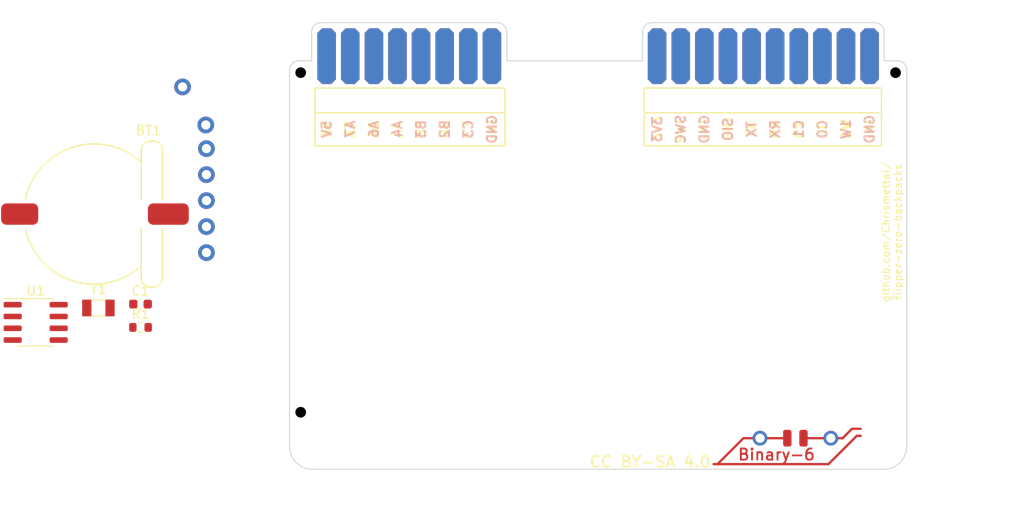
<source format=kicad_pcb>
(kicad_pcb (version 20221018) (generator pcbnew)
  (title_block (title "ESP32") (date "2023-04-09") (company "Binary-6"))
  (layers (0 "F.Cu" signal) (31 "B.Cu" signal) (34 "B.Paste" user) (35 "F.Paste" user) (36 "B.SilkS" user "B.Silkscreen") (37 "F.SilkS" user "F.Silkscreen") (38 "B.Mask" user) (39 "F.Mask" user) (44 "Edge.Cuts" user))
  (net 0 "")
  (net 1 "GND")
  (net 2 "Net-(J13-Pin_1)")
  (net 3 "Net-(J14-Pin_1)")
  (net 4 "Net-(BT1-+)")
  (net 5 "Net-(U1-VDD)")
  (net 6 "Net-(J1-Pin_1)")
  (net 7 "unconnected-(J2-Pin_1-Pad1)")
  (net 8 "unconnected-(J3-Pin_1-Pad1)")
  (net 9 "unconnected-(J4-Pin_1-Pad1)")
  (net 10 "unconnected-(J5-Pin_1-Pad1)")
  (net 11 "unconnected-(J6-Pin_1-Pad1)")
  (net 12 "unconnected-(J7-Pin_1-Pad1)")
  (net 13 "unconnected-(J8-Pin_1-Pad1)")
  (net 21 "Net-(J20-Pin_1)")
  (net 22 "Net-(J24-Pin_1)")
  (net 23 "Net-(J25-Pin_1)")
  (net 24 "Net-(U1-OSCI)")
  (net 25 "Net-(U1-OSCO)")
  (footprint "MeineBib:Q&J CR1220-2" (layer "F.Cu") (at 78.47 104.194)
    (fp_text reference "BT1" (at 5.842 -9.017) (layer "F.SilkS"))
    (fp_text value "CR1220")
    (fp_line (start 5.08 -2.286) (end 5.08 -6.858) (stroke (width 0.15)) (layer "F.SilkS"))
    (fp_line (start 5.08 -2.286) (end 5.08 -1.524) (stroke (width 0.15)) (layer "F.SilkS"))
    (fp_line (start 5.08 1.524) (end 5.08 6.858) (stroke (width 0.15)) (layer "F.SilkS"))
    (fp_line (start 6.35 -7.874) (end 6.096 -7.874) (stroke (width 0.15)) (layer "F.SilkS"))
    (fp_line (start 6.35 7.874) (end 6.096 7.874) (stroke (width 0.15)) (layer "F.SilkS"))
    (fp_line (start 7.366 -1.524) (end 7.366 -6.858) (stroke (width 0.15)) (layer "F.SilkS"))
    (fp_line (start 7.366 1.524) (end 7.366 6.858) (stroke (width 0.15)) (layer "F.SilkS"))
    (fp_arc (start -7.37935 -1.605409) (mid -6.712393 -3.460622) (end -5.588 -5.08) (stroke (width 0.15)) (layer "F.SilkS"))
    (fp_arc (start -5.588 -5.08) (mid -0.35921 -7.543415) (end 5.08 -5.588) (stroke (width 0.15)) (layer "F.SilkS"))
    (fp_arc (start 1.651 7.366) (mid -4.041115 6.375982) (end -7.366 1.651) (stroke (width 0.15)) (layer "F.SilkS"))
    (fp_arc (start 5.026384 5.636276) (mid -0.036074 7.551877) (end -5.08 5.588) (stroke (width 0.15)) (layer "F.SilkS"))
    (fp_arc (start 5.08 -6.858) (mid 5.37758 -7.57642) (end 6.096 -7.874) (stroke (width 0.15)) (layer "F.SilkS"))
    (fp_arc (start 6.096 7.874) (mid 5.37758 7.57642) (end 5.08 6.858) (stroke (width 0.15)) (layer "F.SilkS"))
    (fp_arc (start 6.35 -7.874) (mid 7.06842 -7.57642) (end 7.366 -6.858) (stroke (width 0.15)) (layer "F.SilkS"))
    (fp_arc (start 7.366 6.858) (mid 7.06842 7.57642) (end 6.35 7.874) (stroke (width 0.15)) (layer "F.SilkS"))
    (pad "" np_thru_hole circle (at -3.6 0) (size 1.2 1.2) (drill 1.2) (layers "F&B.Cu" "*.Mask"))
    (pad "" np_thru_hole circle (at 3.9 0) (size 1.2 1.2) (drill 1.2) (layers "F&B.Cu" "*.Mask"))
    (pad "1" smd roundrect (at 8 0) (size 4.4 2.3) (layers "F.Cu" "F.Paste" "F.Mask") (net 4 "Net-(BT1-+)"))
    (pad "2" smd roundrect (at -8 0) (size 4 2.3) (layers "F.Cu" "F.Paste" "F.Mask") (net 1 "GND"))
  )
  (footprint "MeineBib:Board-Board-1mmEdge-2,54mm" (layer "F.Cu") (at 108.585 87.187)
    (fp_text reference "J3" hide)
    (fp_text value "PA6" hide)
    (pad "1" smd roundrect (at 0 0 180) (size 2 6) (layers "F.Cu" "F.Paste" "F.Mask") (roundrect_rratio 0) (chamfer_ratio 0.25) (chamfer top_left top_right bottom_left bottom_right) (net 8 "unconnected-(J3-Pin_1-Pad1)"))
    (pad "1" smd roundrect (at 0 0 180) (size 2 6) (layers "B.Cu" "B.Paste" "B.Mask") (roundrect_rratio 0) (chamfer_ratio 0.25) (chamfer top_left top_right bottom_left bottom_right) (net 8 "unconnected-(J3-Pin_1-Pad1)"))
  )
  (footprint "MeineBib:Board-Board-1mmEdge-2,54mm" (layer "F.Cu") (at 121.285 87.187)
    (fp_text reference "J8" hide)
    (fp_text value "GND" hide)
    (pad "1" smd roundrect (at 0 0 180) (size 2 6) (layers "F.Cu" "F.Paste" "F.Mask") (roundrect_rratio 0) (chamfer_ratio 0.25) (chamfer top_left top_right bottom_left bottom_right) (net 13 "unconnected-(J8-Pin_1-Pad1)"))
    (pad "1" smd roundrect (at 0 0 180) (size 2 6) (layers "B.Cu" "B.Paste" "B.Mask") (roundrect_rratio 0) (chamfer_ratio 0.25) (chamfer top_left top_right bottom_left bottom_right) (net 13 "unconnected-(J8-Pin_1-Pad1)"))
  )
  (footprint "MeineBib:Board-Board-1mmEdge-2,54mm" (layer "F.Cu") (at 144.145 87.187)
    (fp_text reference "J11" hide)
    (fp_text value "GND" hide)
    (pad "1" smd roundrect (at 0 0 180) (size 2 6) (layers "F.Cu" "F.Paste" "F.Mask") (roundrect_rratio 0) (chamfer_ratio 0.25) (chamfer top_left top_right bottom_left bottom_right))
    (pad "1" smd roundrect (at 0 0 180) (size 2 6) (layers "B.Cu" "B.Paste" "B.Mask") (roundrect_rratio 0) (chamfer_ratio 0.25) (chamfer top_left top_right bottom_left bottom_right))
  )
  (footprint "MeineBib:JLC_Toolinghole" (layer "F.Cu") (at 164.719 88.965)
    (fp_text reference "REF**" hide)
    (fp_text value "JLC_Toolinghole")
    (pad "" np_thru_hole circle (at 0 0) (size 1.3 1.3) (drill 1.152) (layers "*.Mask"))
  )
  (footprint "Crystal:Crystal_SMD_3215-2Pin_3.2x1.5mm" (layer "F.Cu") (at 78.945 114.31)
    (fp_text reference "Y1" (at 0 -2) (layer "F.SilkS"))
    (fp_text value "32.768kHz")
    (fp_line (start -0.675 -0.875) (end 0.675 -0.875) (stroke (width 0.12)) (layer "F.SilkS"))
    (fp_line (start -0.675 0.875) (end 0.675 0.875) (stroke (width 0.12)) (layer "F.SilkS"))
    (pad "1" smd rect (at 1.25 0) (size 1 1.8) (layers "F.Cu" "F.Paste" "F.Mask") (net 24 "Net-(U1-OSCI)"))
    (pad "2" smd rect (at -1.25 0) (size 1 1.8) (layers "F.Cu" "F.Paste" "F.Mask") (net 25 "Net-(U1-OSCO)"))
  )
  (footprint "MeineBib:JLC_Toolinghole" (layer "F.Cu") (at 100.711 125.541)
    (fp_text reference "REF**" hide)
    (fp_text value "JLC_Toolinghole")
    (pad "" np_thru_hole circle (at 0 0) (size 1.3 1.3) (drill 1.152) (layers "*.Mask"))
  )
  (footprint "MeineBib:Board-Board-1mmEdge-2,54mm" (layer "F.Cu") (at 111.125 87.187)
    (fp_text reference "J4" hide)
    (fp_text value "PA4" hide)
    (pad "1" smd roundrect (at 0 0 180) (size 2 6) (layers "F.Cu" "F.Paste" "F.Mask") (roundrect_rratio 0) (chamfer_ratio 0.25) (chamfer top_left top_right bottom_left bottom_right) (net 9 "unconnected-(J4-Pin_1-Pad1)"))
    (pad "1" smd roundrect (at 0 0 180) (size 2 6) (layers "B.Cu" "B.Paste" "B.Mask") (roundrect_rratio 0) (chamfer_ratio 0.25) (chamfer top_left top_right bottom_left bottom_right) (net 9 "unconnected-(J4-Pin_1-Pad1)"))
  )
  (footprint "MeineBib:Board-Board-1mmEdge-2,54mm" (layer "F.Cu") (at 149.225 87.187)
    (fp_text reference "J13" hide)
    (fp_text value "UART_TX" hide)
    (pad "1" smd roundrect (at 0 0 180) (size 2 6) (layers "F.Cu" "F.Paste" "F.Mask") (roundrect_rratio 0) (chamfer_ratio 0.25) (chamfer top_left top_right bottom_left bottom_right) (net 2 "Net-(J13-Pin_1)"))
    (pad "1" smd roundrect (at 0 0 180) (size 2 6) (layers "B.Cu" "B.Paste" "B.Mask") (roundrect_rratio 0) (chamfer_ratio 0.25) (chamfer top_left top_right bottom_left bottom_right) (net 2 "Net-(J13-Pin_1)"))
  )
  (footprint "MeineBib:Board-Board-1mmEdge-2,54mm" (layer "F.Cu") (at 106.045 87.187)
    (fp_text reference "J2" hide)
    (fp_text value "PA7" hide)
    (pad "1" smd roundrect (at 0 0 180) (size 2 6) (layers "F.Cu" "F.Paste" "F.Mask") (roundrect_rratio 0) (chamfer_ratio 0.25) (chamfer top_left top_right bottom_left bottom_right) (net 7 "unconnected-(J2-Pin_1-Pad1)"))
    (pad "1" smd roundrect (at 0 0 180) (size 2 6) (layers "B.Cu" "B.Paste" "B.Mask") (roundrect_rratio 0) (chamfer_ratio 0.25) (chamfer top_left top_right bottom_left bottom_right) (net 7 "unconnected-(J2-Pin_1-Pad1)"))
  )
  (footprint "MeineBib:Board-Board-1mmEdge-2,54mm" (layer "F.Cu") (at 116.205 87.187)
    (fp_text reference "J6" hide)
    (fp_text value "PB2" hide)
    (pad "1" smd roundrect (at 0 0 180) (size 2 6) (layers "F.Cu" "F.Paste" "F.Mask") (roundrect_rratio 0) (chamfer_ratio 0.25) (chamfer top_left top_right bottom_left bottom_right) (net 11 "unconnected-(J6-Pin_1-Pad1)"))
    (pad "1" smd roundrect (at 0 0 180) (size 2 6) (layers "B.Cu" "B.Paste" "B.Mask") (roundrect_rratio 0) (chamfer_ratio 0.25) (chamfer top_left top_right bottom_left bottom_right) (net 11 "unconnected-(J6-Pin_1-Pad1)"))
  )
  (footprint "MeineBib:Protopin_Small" (layer "F.Cu") (at 90.57 102.745)
    (fp_text reference "J23" hide)
    (fp_text value "FlpTX_RpiRX" hide)
    (pad "1" thru_hole circle (at 0 0) (size 1.8 1.8) (drill 1) (layers "*.Cu" "*.Mask") (net 2 "Net-(J13-Pin_1)"))
  )
  (footprint "Resistor_SMD:R_0603_1608Metric" (layer "F.Cu") (at 83.475 116.4)
    (fp_text reference "R1" (at 0 -1.43) (layer "F.SilkS"))
    (fp_text value "1K")
    (fp_line (start -0.237258 -0.5225) (end 0.237258 -0.5225) (stroke (width 0.12)) (layer "F.SilkS"))
    (fp_line (start -0.237258 0.5225) (end 0.237258 0.5225) (stroke (width 0.12)) (layer "F.SilkS"))
    (pad "1" smd roundrect (at -0.825 0) (size 0.8 0.95) (layers "F.Cu" "F.Paste" "F.Mask") (net 21 "Net-(J20-Pin_1)"))
    (pad "2" smd roundrect (at 0.825 0) (size 0.8 0.95) (layers "F.Cu" "F.Paste" "F.Mask") (net 5 "Net-(U1-VDD)"))
  )
  (footprint "MeineBib:Board-Board-1mmEdge-2,54mm" (layer "F.Cu") (at 139.065 87.187)
    (fp_text reference "J9" hide)
    (fp_text value "3V3" hide)
    (pad "1" smd roundrect (at 0 0 180) (size 2 6) (layers "F.Cu" "F.Paste" "F.Mask") (roundrect_rratio 0) (chamfer_ratio 0.25) (chamfer top_left top_right bottom_left bottom_right))
    (pad "1" smd roundrect (at 0 0 180) (size 2 6) (layers "B.Cu" "B.Paste" "B.Mask") (roundrect_rratio 0) (chamfer_ratio 0.25) (chamfer top_left top_right bottom_left bottom_right))
  )
  (footprint "MeineBib:Board-Board-1mmEdge-2,54mm" (layer "F.Cu") (at 141.605 87.187)
    (fp_text reference "J10" hide)
    (fp_text value "SWCLK" hide)
    (pad "1" smd roundrect (at 0 0 180) (size 2 6) (layers "F.Cu" "F.Paste" "F.Mask") (roundrect_rratio 0) (chamfer_ratio 0.25) (chamfer top_left top_right bottom_left bottom_right))
    (pad "1" smd roundrect (at 0 0 180) (size 2 6) (layers "B.Cu" "B.Paste" "B.Mask") (roundrect_rratio 0) (chamfer_ratio 0.25) (chamfer top_left top_right bottom_left bottom_right))
  )
  (footprint "MeineBib:Board-Board-1mmEdge-2,54mm" (layer "F.Cu") (at 156.845 87.187)
    (fp_text reference "J16" hide)
    (fp_text value "PC0" hide)
    (pad "1" smd roundrect (at 0 0 180) (size 2 6) (layers "F.Cu" "F.Paste" "F.Mask") (roundrect_rratio 0) (chamfer_ratio 0.25) (chamfer top_left top_right bottom_left bottom_right))
    (pad "1" smd roundrect (at 0 0 180) (size 2 6) (layers "B.Cu" "B.Paste" "B.Mask") (roundrect_rratio 0) (chamfer_ratio 0.25) (chamfer top_left top_right bottom_left bottom_right))
  )
  (footprint "MeineBib:Board-Board-1mmEdge-2,54mm" (layer "F.Cu") (at 154.305 87.187)
    (fp_text reference "J15" hide)
    (fp_text value "PC1" hide)
    (pad "1" smd roundrect (at 0 0 180) (size 2 6) (layers "F.Cu" "F.Paste" "F.Mask") (roundrect_rratio 0) (chamfer_ratio 0.25) (chamfer top_left top_right bottom_left bottom_right))
    (pad "1" smd roundrect (at 0 0 180) (size 2 6) (layers "B.Cu" "B.Paste" "B.Mask") (roundrect_rratio 0) (chamfer_ratio 0.25) (chamfer top_left top_right bottom_left bottom_right))
  )
  (footprint "MeineBib:Board-Board-1mmEdge-2,54mm" (layer "F.Cu") (at 161.925 87.187)
    (fp_text reference "J18" hide)
    (fp_text value "GND" hide)
    (pad "1" smd roundrect (at 0 0 180) (size 2 6) (layers "F.Cu" "F.Paste" "F.Mask") (roundrect_rratio 0) (chamfer_ratio 0.25) (chamfer top_left top_right bottom_left bottom_right) (net 1 "GND"))
    (pad "1" smd roundrect (at 0 0 180) (size 2 6) (layers "B.Cu" "B.Paste" "B.Mask") (roundrect_rratio 0) (chamfer_ratio 0.25) (chamfer top_left top_right bottom_left bottom_right) (net 1 "GND"))
  )
  (footprint "MeineBib:Board-Board-1mmEdge-2,54mm" (layer "F.Cu") (at 118.745 87.187)
    (fp_text reference "J7" hide)
    (fp_text value "PC3" hide)
    (pad "1" smd roundrect (at 0 0 180) (size 2 6) (layers "F.Cu" "F.Paste" "F.Mask") (roundrect_rratio 0) (chamfer_ratio 0.25) (chamfer top_left top_right bottom_left bottom_right) (net 12 "unconnected-(J7-Pin_1-Pad1)"))
    (pad "1" smd roundrect (at 0 0 180) (size 2 6) (layers "B.Cu" "B.Paste" "B.Mask") (roundrect_rratio 0) (chamfer_ratio 0.25) (chamfer top_left top_right bottom_left bottom_right) (net 12 "unconnected-(J7-Pin_1-Pad1)"))
  )
  (footprint "MeineBib:Protopin_Small" (layer "F.Cu") (at 90.57 108.345)
    (fp_text reference "J25" hide)
    (fp_text value "SDA" hide)
    (pad "1" thru_hole circle (at 0 0) (size 1.8 1.8) (drill 1) (layers "*.Cu" "*.Mask") (net 23 "Net-(J25-Pin_1)"))
  )
  (footprint "MeineBib:JLC_Toolinghole" (layer "F.Cu") (at 100.711 88.965)
    (fp_text reference "REF**" hide)
    (fp_text value "JLC_Toolinghole")
    (pad "" np_thru_hole circle (at 0 0) (size 1.3 1.3) (drill 1.152) (layers "*.Mask"))
  )
  (footprint "MeineBib:Protopin_Small" (layer "F.Cu") (at 90.57 105.545)
    (fp_text reference "J24" hide)
    (fp_text value "SCL" hide)
    (pad "1" thru_hole circle (at 0 0) (size 1.8 1.8) (drill 1) (layers "*.Cu" "*.Mask") (net 22 "Net-(J24-Pin_1)"))
  )
  (footprint "Capacitor_SMD:C_0603_1608Metric" (layer "F.Cu") (at 83.475 113.89)
    (fp_text reference "C1" (at 0 -1.43) (layer "F.SilkS"))
    (fp_text value "2.2µF")
    (fp_line (start -0.14058 -0.51) (end 0.14058 -0.51) (stroke (width 0.12)) (layer "F.SilkS"))
    (fp_line (start -0.14058 0.51) (end 0.14058 0.51) (stroke (width 0.12)) (layer "F.SilkS"))
    (pad "1" smd roundrect (at -0.775 0) (size 0.9 0.95) (layers "F.Cu" "F.Paste" "F.Mask") (net 5 "Net-(U1-VDD)"))
    (pad "2" smd roundrect (at 0.775 0) (size 0.9 0.95) (layers "F.Cu" "F.Paste" "F.Mask") (net 1 "GND"))
  )
  (footprint "MeineBib:Board-Board-1mmEdge-2,54mm" (layer "F.Cu") (at 159.385 87.187)
    (fp_text reference "J17" hide)
    (fp_text value "PB14" hide)
    (pad "1" smd roundrect (at 0 0 180) (size 2 6) (layers "F.Cu" "F.Paste" "F.Mask") (roundrect_rratio 0) (chamfer_ratio 0.25) (chamfer top_left top_right bottom_left bottom_right))
    (pad "1" smd roundrect (at 0 0 180) (size 2 6) (layers "B.Cu" "B.Paste" "B.Mask") (roundrect_rratio 0) (chamfer_ratio 0.25) (chamfer top_left top_right bottom_left bottom_right))
  )
  (footprint "MeineBib:EigenesMountingHole_2.6mm_M2.5_Small" (layer "F.Cu") (at 102.005 129.187)
    (fp_text reference "MK2" hide)
    (fp_text value "Mounting_Hole" hide)
    (pad "" np_thru_hole circle (at 0 0) (size 2.6 2.6) (drill 2.6) (layers "F&B.Cu" "*.Mask") (clearance 1.25))
  )
  (footprint "Package_SO:SOIC-8_3.9x4.9mm_P1.27mm" (layer "F.Cu") (at 72.195 115.86)
    (fp_text reference "U1" (at 0 -3.4) (layer "F.SilkS"))
    (fp_text value "PCF8523T")
    (fp_line (start 0 -2.56) (end -3.45 -2.56) (stroke (width 0.12)) (layer "F.SilkS"))
    (fp_line (start 0 -2.56) (end 1.95 -2.56) (stroke (width 0.12)) (layer "F.SilkS"))
    (fp_line (start 0 2.56) (end -1.95 2.56) (stroke (width 0.12)) (layer "F.SilkS"))
    (fp_line (start 0 2.56) (end 1.95 2.56) (stroke (width 0.12)) (layer "F.SilkS"))
    (pad "1" smd roundrect (at -2.475 -1.905) (size 1.95 0.6) (layers "F.Cu" "F.Paste" "F.Mask") (net 24 "Net-(U1-OSCI)"))
    (pad "2" smd roundrect (at -2.475 -0.635) (size 1.95 0.6) (layers "F.Cu" "F.Paste" "F.Mask") (net 25 "Net-(U1-OSCO)"))
    (pad "3" smd roundrect (at -2.475 0.635) (size 1.95 0.6) (layers "F.Cu" "F.Paste" "F.Mask") (net 4 "Net-(BT1-+)"))
    (pad "4" smd roundrect (at -2.475 1.905) (size 1.95 0.6) (layers "F.Cu" "F.Paste" "F.Mask") (net 1 "GND"))
    (pad "5" smd roundrect (at 2.475 1.905) (size 1.95 0.6) (layers "F.Cu" "F.Paste" "F.Mask") (net 23 "Net-(J25-Pin_1)"))
    (pad "6" smd roundrect (at 2.475 0.635) (size 1.95 0.6) (layers "F.Cu" "F.Paste" "F.Mask") (net 22 "Net-(J24-Pin_1)"))
    (pad "7" smd roundrect (at 2.475 -0.635) (size 1.95 0.6) (layers "F.Cu" "F.Paste" "F.Mask"))
    (pad "8" smd roundrect (at 2.475 -1.905) (size 1.95 0.6) (layers "F.Cu" "F.Paste" "F.Mask") (net 5 "Net-(U1-VDD)"))
  )
  (footprint "MeineBib:Board-Board-1mmEdge-2,54mm" (layer "F.Cu") (at 151.765 87.187)
    (fp_text reference "J14" hide)
    (fp_text value "UART_RX" hide)
    (pad "1" smd roundrect (at 0 0 180) (size 2 6) (layers "F.Cu" "F.Paste" "F.Mask") (roundrect_rratio 0) (chamfer_ratio 0.25) (chamfer top_left top_right bottom_left bottom_right) (net 3 "Net-(J14-Pin_1)"))
    (pad "1" smd roundrect (at 0 0 180) (size 2 6) (layers "B.Cu" "B.Paste" "B.Mask") (roundrect_rratio 0) (chamfer_ratio 0.25) (chamfer top_left top_right bottom_left bottom_right) (net 3 "Net-(J14-Pin_1)"))
  )
  (footprint "MeineBib:Board-Board-1mmEdge-2,54mm" (layer "F.Cu") (at 146.685 87.187)
    (fp_text reference "J12" hide)
    (fp_text value "SWDIO" hide)
    (pad "1" smd roundrect (at 0 0 180) (size 2 6) (layers "F.Cu" "F.Paste" "F.Mask") (roundrect_rratio 0) (chamfer_ratio 0.25) (chamfer top_left top_right bottom_left bottom_right))
    (pad "1" smd roundrect (at 0 0 180) (size 2 6) (layers "B.Cu" "B.Paste" "B.Mask") (roundrect_rratio 0) (chamfer_ratio 0.25) (chamfer top_left top_right bottom_left bottom_right))
  )
  (footprint "MeineBib:EigenesMountingHole_2.6mm_M2.5_Small" (layer "F.Cu") (at 163.425 129.187)
    (fp_text reference "MK2" hide)
    (fp_text value "Mounting_Hole" hide)
    (pad "" np_thru_hole circle (at 0 0) (size 2.6 2.6) (drill 2.6) (layers "F&B.Cu" "*.Mask") (clearance 1.25))
  )
  (footprint "MeineBib:Binary_6_v0.1_tiny_silk" (layer "F.Cu") (at 153.9684 129.3002)
    (fp_text reference "H7" hide)
    (fp_text value "Symbol_Binary6" hide)
    (fp_text user "Binary-6" (at -2.0654 0.8) (layer "F.Cu") (effects (font (size 1.2 1.2) (thickness 0.2))))
    (fp_line (start -8.4074 1.8288) (end -8.8288 1.8288) (stroke (width 0.25)) (layer "F.Cu"))
    (fp_line (start -5.6134 -0.9652) (end -8.4074 1.8288) (stroke (width 0.25)) (layer "F.Cu"))
    (fp_line (start -3.8354 -0.9652) (end -5.6134 -0.9652) (stroke (width 0.25)) (layer "F.Cu"))
    (fp_line (start -3.8354 -0.9652) (end -1.2954 -0.9652) (stroke (width 0.25)) (layer "F.Cu"))
    (fp_line (start 1.2446 -0.9652) (end 3.7846 -0.9652) (stroke (width 0.25)) (layer "F.Cu"))
    (fp_line (start 3.5306 1.8288) (end -8.4074 1.8288) (stroke (width 0.25)) (layer "F.Cu"))
    (fp_line (start 3.7846 -0.9652) (end 5.0546 -0.9652) (stroke (width 0.25)) (layer "F.Cu"))
    (fp_line (start 5.0546 -0.9652) (end 6.0706 -1.9812) (stroke (width 0.25)) (layer "F.Cu"))
    (fp_line (start 6.0706 -1.9812) (end 7 -1.9812) (stroke (width 0.25)) (layer "F.Cu"))
    (fp_line (start 6.5786 -1.2192) (end 3.5306 1.8288) (stroke (width 0.25)) (layer "F.Cu"))
    (fp_line (start 7 -1.2192) (end 6.5786 -1.2192) (stroke (width 0.25)) (layer "F.Cu"))
    (pad "" thru_hole circle (at -3.8354 -0.9652) (size 1.6 1.6) (drill 1) (layers "*.Cu" "*.Mask"))
    (pad "" smd roundrect (at -0.8954 -0.9652) (size 0.9 1.8) (layers "F.Cu" "F.Mask"))
    (pad "" smd roundrect (at 0.8446 -0.9652) (size 0.9 1.8) (layers "F.Cu" "F.Mask"))
    (pad "" thru_hole oval (at 3.7846 -0.9652) (size 1.6 1.6) (drill 1) (layers "*.Cu" "*.Mask"))
  )
  (footprint "MeineBib:Protopin_Small" (layer "F.Cu") (at 90.57 97.145)
    (fp_text reference "J19" hide)
    (fp_text value "+5V" hide)
    (pad "1" thru_hole circle (at 0 0) (size 1.8 1.8) (drill 1) (layers "*.Cu" "*.Mask") (net 6 "Net-(J1-Pin_1)"))
  )
  (footprint "MeineBib:Board-Board-1mmEdge-2,54mm" (layer "F.Cu") (at 103.505 87.187)
    (fp_text reference "J1" hide)
    (fp_text value "+5V" hide)
    (pad "1" smd roundrect (at 0 0 180) (size 2 6) (layers "F.Cu" "F.Paste" "F.Mask") (roundrect_rratio 0) (chamfer_ratio 0.25) (chamfer top_left top_right bottom_left bottom_right) (net 6 "Net-(J1-Pin_1)"))
    (pad "1" smd roundrect (at 0 0 180) (size 2 6) (layers "B.Cu" "B.Paste" "B.Mask") (roundrect_rratio 0) (chamfer_ratio 0.25) (chamfer top_left top_right bottom_left bottom_right) (net 6 "Net-(J1-Pin_1)"))
  )
  (footprint "MeineBib:Board-Board-1mmEdge-2,54mm" (layer "F.Cu") (at 113.665 87.187)
    (fp_text reference "J5" hide)
    (fp_text value "PB3" hide)
    (pad "1" smd roundrect (at 0 0 180) (size 2 6) (layers "F.Cu" "F.Paste" "F.Mask") (roundrect_rratio 0) (chamfer_ratio 0.25) (chamfer top_left top_right bottom_left bottom_right) (net 10 "unconnected-(J5-Pin_1-Pad1)"))
    (pad "1" smd roundrect (at 0 0 180) (size 2 6) (layers "B.Cu" "B.Paste" "B.Mask") (roundrect_rratio 0) (chamfer_ratio 0.25) (chamfer top_left top_right bottom_left bottom_right) (net 10 "unconnected-(J5-Pin_1-Pad1)"))
  )
  (footprint "MeineBib:Protopin_Small" (layer "F.Cu") (at 90.57 99.945)
    (fp_text reference "J22" hide)
    (fp_text value "FplRX_RpiTX" hide)
    (pad "1" thru_hole circle (at 0 0) (size 1.8 1.8) (drill 1) (layers "*.Cu" "*.Mask") (net 3 "Net-(J14-Pin_1)"))
  )
  (footprint "MeineBib:Protopin_Small" (layer "B.Cu") (at 88 90.5 -90)
    (fp_text reference "J21" hide)
    (fp_text value "Gnd" hide)
    (pad "1" thru_hole circle (at 0 0 270) (size 1.8 1.8) (drill 1) (layers "*.Cu" "*.Mask") (net 1 "GND"))
  )
  (footprint "MeineBib:Protopin_Small" (layer "B.Cu") (at 90.5 94.6 -90)
    (fp_text reference "J20" hide)
    (fp_text value "+3V3 " hide)
    (pad "1" thru_hole circle (at 0 0 270) (size 1.8 1.8) (drill 1) (layers "*.Cu" "*.Mask") (net 21 "Net-(J20-Pin_1)"))
  )
  (gr_line (start 137.668 90.616) (end 163.195 90.616) (stroke (width 0.15)) (layer "F.SilkS"))
  (gr_line (start 102.235 96.839) (end 102.235 93.283) (stroke (width 0.15)) (layer "F.SilkS"))
  (gr_line (start 137.668 96.839) (end 137.668 93.283) (stroke (width 0.15)) (layer "F.SilkS"))
  (gr_line (start 102.235 93.283) (end 102.235 90.616) (stroke (width 0.15)) (layer "F.SilkS"))
  (gr_line (start 122.682 96.839) (end 102.235 96.839) (stroke (width 0.15)) (layer "F.SilkS"))
  (gr_line (start 163.195 96.839) (end 137.668 96.839) (stroke (width 0.15)) (layer "F.SilkS"))
  (gr_line (start 122.682 93.283) (end 122.682 96.839) (stroke (width 0.15)) (layer "F.SilkS"))
  (gr_line (start 102.235 90.616) (end 122.682 90.616) (stroke (width 0.15)) (layer "F.SilkS"))
  (gr_line (start 163.195 93.283) (end 163.195 96.839) (stroke (width 0.15)) (layer "F.SilkS"))
  (gr_line (start 163.195 93.283) (end 137.668 93.283) (stroke (width 0.15)) (layer "F.SilkS"))
  (gr_line (start 163.195 90.616) (end 163.195 93.283) (stroke (width 0.15)) (layer "F.SilkS"))
  (gr_line (start 137.668 93.283) (end 137.668 90.616) (stroke (width 0.15)) (layer "F.SilkS"))
  (gr_line (start 122.682 90.616) (end 122.682 93.283) (stroke (width 0.15)) (layer "F.SilkS"))
  (gr_line (start 122.682 93.283) (end 102.235 93.283) (stroke (width 0.15)) (layer "F.SilkS"))
  (gr_line (start 101.895 84.5802) (end 101.895 87.687) (stroke (width 0.1)) (layer "Edge.Cuts"))
  (gr_arc (start 101.895 84.5802) (mid 102.187893 83.873093) (end 102.895 83.5802) (stroke (width 0.1)) (layer "Edge.Cuts"))
  (gr_arc (start 164.925 87.687) (mid 165.632107 87.979893) (end 165.925 88.687) (stroke (width 0.1)) (layer "Edge.Cuts"))
  (gr_line (start 99.505 129.187) (end 99.505 88.687) (stroke (width 0.1)) (layer "Edge.Cuts"))
  (gr_line (start 137.495 84.5802) (end 137.495 87.687) (stroke (width 0.1)) (layer "Edge.Cuts"))
  (gr_line (start 122.895 84.5802) (end 122.895 87.687) (stroke (width 0.1)) (layer "Edge.Cuts"))
  (gr_arc (start 162.495 83.5802) (mid 163.202107 83.873093) (end 163.495 84.5802) (stroke (width 0.1)) (layer "Edge.Cuts"))
  (gr_line (start 165.925 88.687) (end 165.925 129.187) (stroke (width 0.1)) (layer "Edge.Cuts"))
  (gr_line (start 122.895 87.687) (end 137.495 87.687) (stroke (width 0.1)) (layer "Edge.Cuts"))
  (gr_line (start 163.425 131.687) (end 102.005 131.687) (stroke (width 0.1)) (layer "Edge.Cuts"))
  (gr_arc (start 165.925 129.187) (mid 165.192767 130.954767) (end 163.425 131.687) (stroke (width 0.1)) (layer "Edge.Cuts"))
  (gr_arc (start 99.505 88.687) (mid 99.797893 87.979893) (end 100.505 87.687) (stroke (width 0.1)) (layer "Edge.Cuts"))
  (gr_arc (start 137.495 84.5802) (mid 137.787893 83.873093) (end 138.495 83.5802) (stroke (width 0.1)) (layer "Edge.Cuts"))
  (gr_line (start 163.495 87.687) (end 164.925 87.687) (stroke (width 0.1)) (layer "Edge.Cuts"))
  (gr_line (start 138.495 83.5802) (end 162.495 83.5802) (stroke (width 0.1)) (layer "Edge.Cuts"))
  (gr_arc (start 121.895 83.5802) (mid 122.602107 83.873093) (end 122.895 84.5802) (stroke (width 0.1)) (layer "Edge.Cuts"))
  (gr_line (start 100.505 87.687) (end 101.895 87.687) (stroke (width 0.1)) (layer "Edge.Cuts"))
  (gr_line (start 163.495 87.687) (end 163.495 84.5802) (stroke (width 0.1)) (layer "Edge.Cuts"))
  (gr_line (start 102.895 83.5802) (end 121.895 83.5802) (stroke (width 0.1)) (layer "Edge.Cuts"))
  (gr_arc (start 102.005 131.687) (mid 100.237233 130.954767) (end 99.505 129.187) (stroke (width 0.1)) (layer "Edge.Cuts"))
  (gr_text "5V" (at 103.505 95.061 90) (layer "B.SilkS") (effects (font (size 1 1) (thickness 0.2)) (justify mirror)))
  (gr_text "C0" (at 156.845 95.061 90) (layer "B.SilkS") (effects (font (size 1 1) (thickness 0.2)) (justify mirror)))
  (gr_text "B2" (at 116.205 95.061 90) (layer "B.SilkS") (effects (font (size 1 1) (thickness 0.2)) (justify mirror)))
  (gr_text "C1" (at 154.305 95.061 90) (layer "B.SilkS") (effects (font (size 1 1) (thickness 0.2)) (justify mirror)))
  (gr_text "SIO" (at 146.685 95.061 90) (layer "B.SilkS") (effects (font (size 1 1) (thickness 0.2)) (justify mirror)))
  (gr_text "TX" (at 149.225 95.061 90) (layer "B.SilkS") (effects (font (size 1 1) (thickness 0.2)) (justify mirror)))
  (gr_text "A4" (at 111.125 95.061 90) (layer "B.SilkS") (effects (font (size 1 1) (thickness 0.2)) (justify mirror)))
  (gr_text "C3" (at 118.745 95.061 90) (layer "B.SilkS") (effects (font (size 1 1) (thickness 0.2)) (justify mirror)))
  (gr_text "GND" (at 121.285 95.061 90) (layer "B.SilkS") (effects (font (size 1 1) (thickness 0.2)) (justify mirror)))
  (gr_text "RX" (at 151.765 95.061 90) (layer "B.SilkS") (effects (font (size 1 1) (thickness 0.2)) (justify mirror)))
  (gr_text "GND" (at 144.145 95.061 90) (layer "B.SilkS") (effects (font (size 1 1) (thickness 0.2)) (justify mirror)))
  (gr_text "SWC" (at 141.605 95.061 90) (layer "B.SilkS") (effects (font (size 1 1) (thickness 0.2)) (justify mirror)))
  (gr_text "A6" (at 108.585 95.061 90) (layer "B.SilkS") (effects (font (size 1 1) (thickness 0.2)) (justify mirror)))
  (gr_text "A7" (at 106.045 95.061 90) (layer "B.SilkS") (effects (font (size 1 1) (thickness 0.2)) (justify mirror)))
  (gr_text "B3" (at 113.665 95.061 90) (layer "B.SilkS") (effects (font (size 1 1) (thickness 0.2)) (justify mirror)))
  (gr_text "1W" (at 159.385 95.061 90) (layer "B.SilkS") (effects (font (size 1 1) (thickness 0.2)) (justify mirror)))
  (gr_text "3V3" (at 139.065 95.061 90) (layer "B.SilkS") (effects (font (size 1 1) (thickness 0.2)) (justify mirror)))
  (gr_text "GND" (at 161.925 95.061 90) (layer "B.SilkS") (effects (font (size 1 1) (thickness 0.2)) (justify mirror)))
  (gr_text "C1" (at 154.305 95.061 90) (layer "F.SilkS") (effects (font (size 1 1) (thickness 0.2))))
  (gr_text "CC BY-SA 4.0" (at 138.303 130.875) (layer "F.SilkS") (effects (font (size 1.2 1.2) (thickness 0.2))))
  (gr_text "B2" (at 116.205 95.061 90) (layer "F.SilkS") (effects (font (size 1 1) (thickness 0.2))))
  (gr_text "A4" (at 111.125 95.061 90) (layer "F.SilkS") (effects (font (size 1 1) (thickness 0.2))))
  (gr_text "5V" (at 103.505 95.061 90) (layer "F.SilkS") (effects (font (size 1 1) (thickness 0.2))))
  (gr_text "C0" (at 156.845 95.061 90) (layer "F.SilkS") (effects (font (size 1 1) (thickness 0.2))))
  (gr_text "SIO" (at 146.685 95.061 90) (layer "F.SilkS") (effects (font (size 1 1) (thickness 0.2))))
  (gr_text "A7" (at 106.045 95.061 90) (layer "F.SilkS") (effects (font (size 1 1) (thickness 0.2))))
  (gr_text "SWC" (at 141.605 95.061 90) (layer "F.SilkS") (effects (font (size 1 1) (thickness 0.2))))
  (gr_text "GND" (at 121.285 95.061 90) (layer "F.SilkS") (effects (font (size 1 1) (thickness 0.2))))
  (gr_text "B3" (at 113.665 95.061 90) (layer "F.SilkS") (effects (font (size 1 1) (thickness 0.2))))
  (gr_text "GND" (at 144.145 95.061 90) (layer "F.SilkS") (effects (font (size 1 1) (thickness 0.2))))
  (gr_text "TX" (at 149.225 95.061 90) (layer "F.SilkS") (effects (font (size 1 1) (thickness 0.2))))
  (gr_text "1W" (at 159.385 95.061 90) (layer "F.SilkS") (effects (font (size 1 1) (thickness 0.2))))
  (gr_text "RX" (at 151.765 95.061 90) (layer "F.SilkS") (effects (font (size 1 1) (thickness 0.2))))
  (gr_text "GND" (at 161.925 95.061 90) (layer "F.SilkS") (effects (font (size 1 1) (thickness 0.2))))
  (gr_text "github.com/Chrismettal/\nflipper-zero-backpacks" (at 164.338 106.11 90) (layer "F.SilkS") (effects (font (size 0.8 0.8) (thickness 0.12))))
  (gr_text "C3" (at 118.745 95.061 90) (layer "F.SilkS") (effects (font (size 1 1) (thickness 0.2))))
  (gr_text "A6" (at 108.585 95.061 90) (layer "F.SilkS") (effects (font (size 1 1) (thickness 0.2))))
  (gr_text "3V3" (at 139.065 95.061 90) (layer "F.SilkS") (effects (font (size 1 1) (thickness 0.2))))
  (segment (start 106.06 87.202) (end 106.045 87.187) (width 0.254) (layer "B.Cu") (net 7))
  (segment (start 108.6 87.202) (end 108.585 87.187) (width 0.254) (layer "F.Cu") (net 8))
  (segment (start 111.14 87.202) (end 111.125 87.187) (width 0.254) (layer "B.Cu") (net 9))
  (segment (start 113.68 87.202) (end 113.665 87.187) (width 0.254) (layer "F.Cu") (net 10))
  (segment (start 116.22 87.202) (end 116.205 87.187) (width 0.254) (layer "B.Cu") (net 11))
  (segment (start 118.76 87.202) (end 118.745 87.187) (width 0.254) (layer "F.Cu") (net 12))
  (segment (start 121.3 87.202) (end 121.285 87.187) (width 0.254) (layer "F.Cu") (net 13))
  (segment (start 121.3 87.202) (end 121.285 87.187) (width 0.5) (layer "B.Cu") (net 13))
)
</source>
